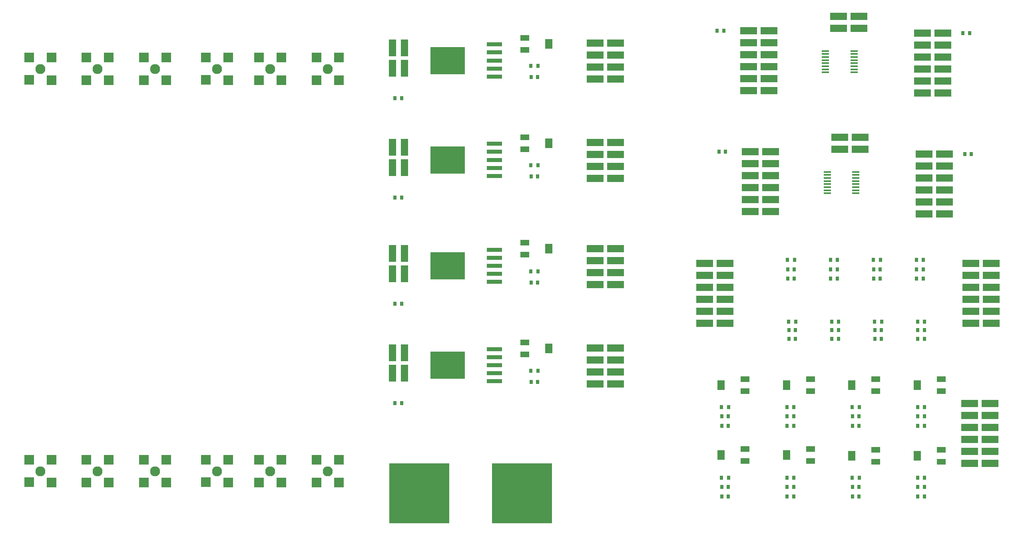
<source format=gtp>
G04*
G04 #@! TF.GenerationSoftware,Altium Limited,Altium Designer,21.1.1 (26)*
G04*
G04 Layer_Color=8421504*
%FSLAX25Y25*%
%MOIN*%
G70*
G04*
G04 #@! TF.SameCoordinates,B83F5570-EEF7-471F-9EF2-83D00333E22E*
G04*
G04*
G04 #@! TF.FilePolarity,Positive*
G04*
G01*
G75*
%ADD17C,0.08374*%
%ADD18R,0.07874X0.07874*%
%ADD19R,0.07874X0.07874*%
%ADD20R,0.50000X0.50000*%
%ADD21R,0.14000X0.05906*%
%ADD22R,0.05906X0.14000*%
%ADD23R,0.07500X0.05000*%
%ADD24R,0.06100X0.07900*%
%ADD25R,0.06250X0.01350*%
%ADD26R,0.12598X0.03740*%
%ADD27R,0.29134X0.22638*%
%ADD28R,0.03150X0.03543*%
%ADD29R,0.02756X0.03543*%
D17*
X76600Y54500D02*
D03*
X124600D02*
D03*
Y390500D02*
D03*
X76600D02*
D03*
X220600D02*
D03*
X268600D02*
D03*
Y54500D02*
D03*
X220600D02*
D03*
X28900Y390500D02*
D03*
Y54500D02*
D03*
X176300Y390500D02*
D03*
Y54500D02*
D03*
D18*
X85852Y45150D02*
D03*
X85950Y63850D02*
D03*
X67250D02*
D03*
Y45150D02*
D03*
X133852D02*
D03*
X133950Y63850D02*
D03*
X115250D02*
D03*
Y45150D02*
D03*
X133852Y381150D02*
D03*
X133950Y399850D02*
D03*
X115250D02*
D03*
Y381150D02*
D03*
X85852D02*
D03*
X85950Y399850D02*
D03*
X67250D02*
D03*
Y381150D02*
D03*
X229852D02*
D03*
X229950Y399850D02*
D03*
X211250D02*
D03*
Y381150D02*
D03*
X277852D02*
D03*
X277950Y399850D02*
D03*
X259250D02*
D03*
Y381150D02*
D03*
X277852Y45150D02*
D03*
X277950Y63850D02*
D03*
X259250D02*
D03*
Y45150D02*
D03*
X229852D02*
D03*
X229950Y63850D02*
D03*
X211250D02*
D03*
Y45150D02*
D03*
D19*
X19550Y381248D02*
D03*
X38250Y381150D02*
D03*
Y399850D02*
D03*
X19550D02*
D03*
Y45248D02*
D03*
X38250Y45150D02*
D03*
Y63850D02*
D03*
X19550D02*
D03*
X166950Y381248D02*
D03*
X185650Y381150D02*
D03*
Y399850D02*
D03*
X166950D02*
D03*
Y45248D02*
D03*
X185650Y45150D02*
D03*
Y63850D02*
D03*
X166950D02*
D03*
D20*
X344950Y36000D02*
D03*
X430450D02*
D03*
D21*
X508450Y412000D02*
D03*
X491450D02*
D03*
Y402000D02*
D03*
Y392000D02*
D03*
X508450D02*
D03*
X491450Y382000D02*
D03*
X508450D02*
D03*
Y402000D02*
D03*
Y329000D02*
D03*
X491450D02*
D03*
Y319000D02*
D03*
Y309000D02*
D03*
X508450D02*
D03*
X491450Y299000D02*
D03*
X508450D02*
D03*
Y319000D02*
D03*
X508447Y157392D02*
D03*
X491447D02*
D03*
Y147392D02*
D03*
Y137392D02*
D03*
X508447D02*
D03*
X491447Y127392D02*
D03*
X508447D02*
D03*
Y147392D02*
D03*
Y240392D02*
D03*
X491447D02*
D03*
Y230392D02*
D03*
Y220392D02*
D03*
X508447D02*
D03*
X491447Y210392D02*
D03*
X508447D02*
D03*
Y230392D02*
D03*
X695600Y333500D02*
D03*
Y323500D02*
D03*
X712600D02*
D03*
Y333500D02*
D03*
X694600Y434500D02*
D03*
Y424500D02*
D03*
X711600D02*
D03*
Y434500D02*
D03*
X638100Y271500D02*
D03*
X621100D02*
D03*
X638100Y281500D02*
D03*
X621100D02*
D03*
X638100Y291500D02*
D03*
X621100D02*
D03*
X638100Y301500D02*
D03*
X621100D02*
D03*
X638100Y311500D02*
D03*
X621100D02*
D03*
X638100Y321500D02*
D03*
X621100D02*
D03*
X804950Y228000D02*
D03*
X821950D02*
D03*
X804950Y218000D02*
D03*
X821950D02*
D03*
X804950Y208000D02*
D03*
X821950D02*
D03*
X804950Y198000D02*
D03*
X821950D02*
D03*
X804950Y188000D02*
D03*
X821950D02*
D03*
X804950Y178000D02*
D03*
X821950D02*
D03*
X783100Y269500D02*
D03*
X766100D02*
D03*
X783100Y279500D02*
D03*
X766100D02*
D03*
X783100Y289500D02*
D03*
X766100D02*
D03*
X783100Y299500D02*
D03*
X766100D02*
D03*
X783100Y309500D02*
D03*
X766100D02*
D03*
X783100Y319500D02*
D03*
X766100D02*
D03*
X781600Y370500D02*
D03*
X764600D02*
D03*
X781600Y380500D02*
D03*
X764600D02*
D03*
X781600Y390500D02*
D03*
X764600D02*
D03*
X781600Y400500D02*
D03*
X764600D02*
D03*
X781600Y410500D02*
D03*
X764600D02*
D03*
X781600Y420500D02*
D03*
X764600D02*
D03*
X636600Y372500D02*
D03*
X619600D02*
D03*
X636600Y382500D02*
D03*
X619600D02*
D03*
X636600Y392500D02*
D03*
X619600D02*
D03*
X636600Y402500D02*
D03*
X619600D02*
D03*
X636600Y412500D02*
D03*
X619600D02*
D03*
X636600Y422500D02*
D03*
X619600D02*
D03*
X582950Y228000D02*
D03*
X599950D02*
D03*
X582950Y218000D02*
D03*
X599950D02*
D03*
X582950Y208000D02*
D03*
X599950D02*
D03*
X582950Y198000D02*
D03*
X599950D02*
D03*
X582950Y188000D02*
D03*
X599950D02*
D03*
X582950Y178000D02*
D03*
X599950D02*
D03*
X803950Y111000D02*
D03*
X820950D02*
D03*
X803950Y101000D02*
D03*
X820950D02*
D03*
X803950Y91000D02*
D03*
X820950D02*
D03*
X803950Y81000D02*
D03*
X820950D02*
D03*
X803950Y71000D02*
D03*
X820950D02*
D03*
X803950Y61000D02*
D03*
X820950D02*
D03*
D22*
X332450Y408000D02*
D03*
X322450D02*
D03*
Y391000D02*
D03*
X332450D02*
D03*
X332447Y153392D02*
D03*
X322447D02*
D03*
Y136392D02*
D03*
X332447D02*
D03*
Y236492D02*
D03*
X322447D02*
D03*
Y219492D02*
D03*
X332447D02*
D03*
X332450Y325000D02*
D03*
X322450D02*
D03*
Y308000D02*
D03*
X332450D02*
D03*
D23*
X432947Y406500D02*
D03*
Y416500D02*
D03*
Y235500D02*
D03*
Y245500D02*
D03*
Y323500D02*
D03*
Y333500D02*
D03*
Y151892D02*
D03*
Y161892D02*
D03*
X616669Y131500D02*
D03*
Y121500D02*
D03*
X671169Y131500D02*
D03*
Y121500D02*
D03*
X725669Y131500D02*
D03*
Y121500D02*
D03*
X780169Y131500D02*
D03*
Y121500D02*
D03*
X616669Y73000D02*
D03*
Y63000D02*
D03*
X671169Y73000D02*
D03*
Y63000D02*
D03*
X725669Y72500D02*
D03*
Y62500D02*
D03*
X780169Y72500D02*
D03*
Y62500D02*
D03*
D24*
X452947Y411500D02*
D03*
Y240500D02*
D03*
Y328500D02*
D03*
Y156892D02*
D03*
X596669Y126500D02*
D03*
X651169D02*
D03*
X705669D02*
D03*
X760169D02*
D03*
X596669Y68000D02*
D03*
X651169D02*
D03*
X705669Y67500D02*
D03*
X760169D02*
D03*
D25*
X685125Y301898D02*
D03*
Y286543D02*
D03*
Y289102D02*
D03*
Y291661D02*
D03*
Y294220D02*
D03*
Y296779D02*
D03*
Y299339D02*
D03*
Y304457D02*
D03*
X709075D02*
D03*
Y301898D02*
D03*
Y299339D02*
D03*
Y296779D02*
D03*
Y294220D02*
D03*
Y291661D02*
D03*
Y289102D02*
D03*
Y286543D02*
D03*
X683625Y402898D02*
D03*
Y387543D02*
D03*
Y390102D02*
D03*
Y392661D02*
D03*
Y395220D02*
D03*
Y397779D02*
D03*
Y400339D02*
D03*
Y405457D02*
D03*
X707575D02*
D03*
Y402898D02*
D03*
Y400339D02*
D03*
Y397779D02*
D03*
Y395220D02*
D03*
Y392661D02*
D03*
Y390102D02*
D03*
Y387543D02*
D03*
D26*
X407572Y384114D02*
D03*
Y390807D02*
D03*
Y397500D02*
D03*
Y404193D02*
D03*
Y410886D02*
D03*
Y301114D02*
D03*
Y307807D02*
D03*
Y314500D02*
D03*
Y321193D02*
D03*
Y327886D02*
D03*
X407569Y129506D02*
D03*
Y136199D02*
D03*
Y142892D02*
D03*
Y149585D02*
D03*
Y156278D02*
D03*
Y212506D02*
D03*
Y219199D02*
D03*
Y225892D02*
D03*
Y232585D02*
D03*
Y239278D02*
D03*
D27*
X368596Y397500D02*
D03*
Y314500D02*
D03*
X368593Y142892D02*
D03*
Y225892D02*
D03*
D28*
X799844Y319500D02*
D03*
X805356D02*
D03*
X766206Y172500D02*
D03*
X760694D02*
D03*
X766206Y165000D02*
D03*
X760694D02*
D03*
X760694Y33500D02*
D03*
X766206D02*
D03*
Y41500D02*
D03*
X760694D02*
D03*
X765206Y215500D02*
D03*
X759694D02*
D03*
X765206Y223000D02*
D03*
X759694D02*
D03*
X766206Y100500D02*
D03*
X760694D02*
D03*
X766206Y92500D02*
D03*
X760694D02*
D03*
X330206Y283000D02*
D03*
X324694D02*
D03*
X443706Y383750D02*
D03*
X438194D02*
D03*
X330206Y366000D02*
D03*
X324694D02*
D03*
X443706Y300750D02*
D03*
X438194D02*
D03*
X443703Y212142D02*
D03*
X438191D02*
D03*
X330203Y194392D02*
D03*
X324691D02*
D03*
X443703Y129142D02*
D03*
X438191D02*
D03*
X598856Y422500D02*
D03*
X593344D02*
D03*
X798344Y420500D02*
D03*
X803856D02*
D03*
X694539Y165000D02*
D03*
X689027D02*
D03*
X694539Y172500D02*
D03*
X689027D02*
D03*
X600356Y321500D02*
D03*
X594844D02*
D03*
X657706Y215500D02*
D03*
X652194D02*
D03*
X657706Y223000D02*
D03*
X652194D02*
D03*
X693539Y215500D02*
D03*
X688027D02*
D03*
X693539Y223000D02*
D03*
X688027D02*
D03*
X658706Y165000D02*
D03*
X653194D02*
D03*
X658706Y172500D02*
D03*
X653194D02*
D03*
X330203Y111392D02*
D03*
X324691D02*
D03*
X657206Y92500D02*
D03*
X651694D02*
D03*
X657206Y100500D02*
D03*
X651694D02*
D03*
X602706Y92500D02*
D03*
X597194D02*
D03*
X602706Y100500D02*
D03*
X597194D02*
D03*
X657206Y41500D02*
D03*
X651694D02*
D03*
Y33500D02*
D03*
X657206D02*
D03*
X597194D02*
D03*
X602706D02*
D03*
Y41500D02*
D03*
X597194D02*
D03*
X711706Y100500D02*
D03*
X706194D02*
D03*
X729373Y215500D02*
D03*
X723861D02*
D03*
X729373Y223000D02*
D03*
X723861D02*
D03*
X711706Y92500D02*
D03*
X706194D02*
D03*
X730373Y165000D02*
D03*
X724861D02*
D03*
X730373Y172500D02*
D03*
X724861D02*
D03*
X711706Y41500D02*
D03*
X706194D02*
D03*
Y33500D02*
D03*
X711706D02*
D03*
D29*
X760497Y179500D02*
D03*
X766403D02*
D03*
X760497Y49000D02*
D03*
X766403D02*
D03*
X759497Y231000D02*
D03*
X765403D02*
D03*
X760497Y108000D02*
D03*
X766403D02*
D03*
X443903Y393000D02*
D03*
X437997D02*
D03*
X443903Y310000D02*
D03*
X437997D02*
D03*
X443900Y221392D02*
D03*
X437994D02*
D03*
X443900Y138392D02*
D03*
X437994D02*
D03*
X688831Y179500D02*
D03*
X694736D02*
D03*
X651997Y231000D02*
D03*
X657903D02*
D03*
X687831D02*
D03*
X693736D02*
D03*
X652997Y179500D02*
D03*
X658903D02*
D03*
X651497Y108000D02*
D03*
X657403D02*
D03*
X596997D02*
D03*
X602903D02*
D03*
X651497Y49000D02*
D03*
X657403D02*
D03*
X596997D02*
D03*
X602903D02*
D03*
X705997Y108000D02*
D03*
X711903D02*
D03*
X723664Y231000D02*
D03*
X729569D02*
D03*
X724664Y179500D02*
D03*
X730569D02*
D03*
X705997Y49000D02*
D03*
X711903D02*
D03*
M02*

</source>
